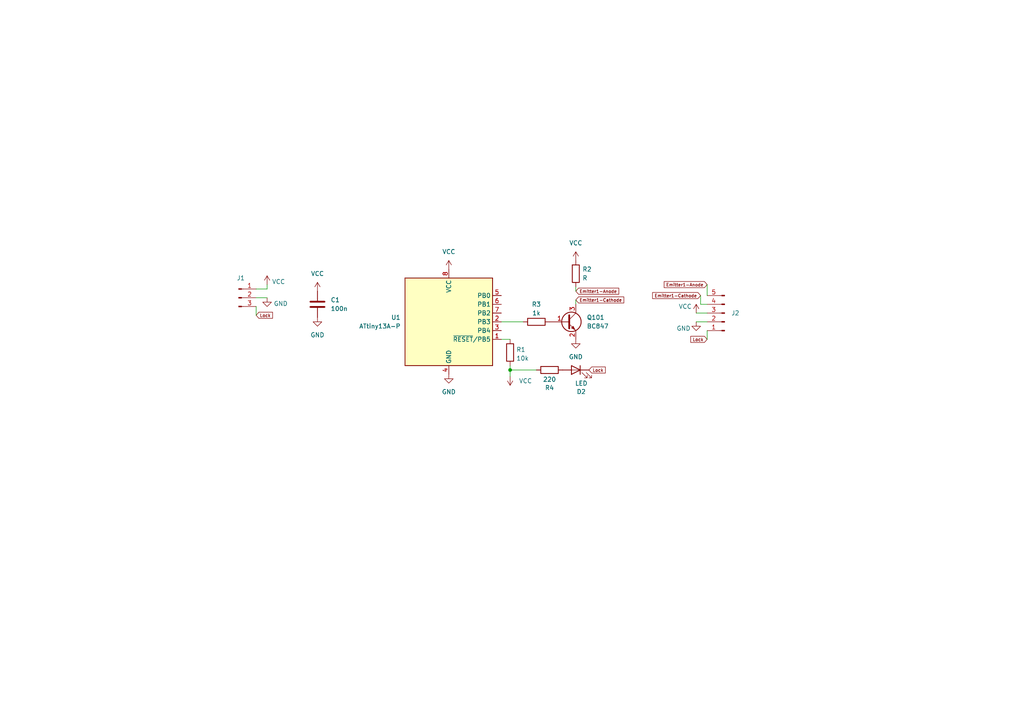
<source format=kicad_sch>
(kicad_sch (version 20231120) (generator "eeschema") (generator_version "8.0")
  (paper "A4")
  (lib_symbols
    (symbol "Connector:Conn_01x03_Male" (pin_names (offset 1.016) hide)
      (property "Reference" "J" (at 0 5.08 0))
      (property "Value" "Conn_01x03_Male" (at 0 -5.08 0))
      (symbol "Conn_01x03_Male_1_1"
        (polyline (pts (xy 1.27 -2.54) (xy 0.8636 -2.54)) (stroke (width 0.1524)))
        (polyline (pts (xy 1.27 0) (xy 0.8636 0)) (stroke (width 0.1524)))
        (polyline (pts (xy 1.27 2.54) (xy 0.8636 2.54)) (stroke (width 0.1524)))
        (rectangle (start 0.8636 -2.413) (end 0 -2.667) (stroke (width 0.1524)) (fill (type outline)))
        (rectangle (start 0.8636 0.127) (end 0 -0.127) (stroke (width 0.1524)) (fill (type outline)))
        (rectangle (start 0.8636 2.667) (end 0 2.413) (stroke (width 0.1524)) (fill (type outline)))
        (pin passive line (at 5.08 2.54 180) (length 3.81) (name "Pin_1") (number "1"))
        (pin passive line (at 5.08 0 180) (length 3.81) (name "Pin_2") (number "2"))
        (pin passive line (at 5.08 -2.54 180) (length 3.81) (name "Pin_3") (number "3"))
      )
    )
    (symbol "Connector:Conn_01x05_Male" (pin_names (offset 1.016) hide)
      (property "Reference" "J" (at 0 7.62 0))
      (property "Value" "Conn_01x05_Male" (at 0 -7.62 0))
      (symbol "Conn_01x05_Male_1_1"
        (polyline (pts (xy 1.27 -5.08) (xy 0.8636 -5.08)) (stroke (width 0.1524)))
        (polyline (pts (xy 1.27 -2.54) (xy 0.8636 -2.54)) (stroke (width 0.1524)))
        (polyline (pts (xy 1.27 0) (xy 0.8636 0)) (stroke (width 0.1524)))
        (polyline (pts (xy 1.27 2.54) (xy 0.8636 2.54)) (stroke (width 0.1524)))
        (polyline (pts (xy 1.27 5.08) (xy 0.8636 5.08)) (stroke (width 0.1524)))
        (rectangle (start 0.8636 -4.953) (end 0 -5.207) (stroke (width 0.1524)) (fill (type outline)))
        (rectangle (start 0.8636 -2.413) (end 0 -2.667) (stroke (width 0.1524)) (fill (type outline)))
        (rectangle (start 0.8636 0.127) (end 0 -0.127) (stroke (width 0.1524)) (fill (type outline)))
        (rectangle (start 0.8636 2.667) (end 0 2.413) (stroke (width 0.1524)) (fill (type outline)))
        (rectangle (start 0.8636 5.207) (end 0 4.953) (stroke (width 0.1524)) (fill (type outline)))
        (pin passive line (at 5.08 5.08 180) (length 3.81) (name "Pin_1") (number "1"))
        (pin passive line (at 5.08 2.54 180) (length 3.81) (name "Pin_2") (number "2"))
        (pin passive line (at 5.08 0 180) (length 3.81) (name "Pin_3") (number "3"))
        (pin passive line (at 5.08 -2.54 180) (length 3.81) (name "Pin_4") (number "4"))
        (pin passive line (at 5.08 -5.08 180) (length 3.81) (name "Pin_5") (number "5"))
      )
    )
    (symbol "Device:C" (pin_numbers hide) (pin_names (offset 0.254))
      (property "Reference" "C" (at 0.635 2.54 0))
      (property "Value" "C" (at 0.635 -2.54 0))
      (symbol "C_0_1"
        (polyline (pts (xy -2.032 -0.762) (xy 2.032 -0.762)) (stroke (width 0.508)))
        (polyline (pts (xy -2.032 0.762) (xy 2.032 0.762)) (stroke (width 0.508)))
      )
      (symbol "C_1_1"
        (pin passive line (at 0 3.81 270) (length 2.794) (name "~") (number "1"))
        (pin passive line (at 0 -3.81 90) (length 2.794) (name "~") (number "2"))
      )
    )
    (symbol "Device:LED" (pin_numbers hide) (pin_names (offset 1.016) hide)
      (property "Reference" "D" (at 0 2.54 0))
      (property "Value" "LED" (at 0 -2.54 0))
      (symbol "LED_0_1"
        (polyline (pts (xy -1.27 -1.27) (xy -1.27 1.27)) (stroke (width 0.254)))
        (polyline (pts (xy -1.27 0) (xy 1.27 0)))
        (polyline (pts (xy 1.27 -1.27) (xy 1.27 1.27) (xy -1.27 0) (xy 1.27 -1.27)) (stroke (width 0.254)))
        (polyline (pts (xy -3.048 -0.762) (xy -4.572 -2.286) (xy -3.81 -2.286) (xy -4.572 -2.286) (xy -4.572 -1.524)))
        (polyline (pts (xy -1.778 -0.762) (xy -3.302 -2.286) (xy -2.54 -2.286) (xy -3.302 -2.286) (xy -3.302 -1.524)))
      )
      (symbol "LED_1_1"
        (pin passive line (at -3.81 0 0) (length 2.54) (name "K") (number "1"))
        (pin passive line (at 3.81 0 180) (length 2.54) (name "A") (number "2"))
      )
    )
    (symbol "Device:R" (pin_numbers hide) (pin_names (offset 0))
      (property "Reference" "R" (at 2.032 0 90))
      (property "Value" "R" (at 0 0 90))
      (symbol "R_0_1"
        (rectangle (start -1.016 -2.54) (end 1.016 2.54) (stroke (width 0.254)))
      )
      (symbol "R_1_1"
        (pin passive line (at 0 3.81 270) (length 1.27) (name "~") (number "1"))
        (pin passive line (at 0 -3.81 90) (length 1.27) (name "~") (number "2"))
      )
    )
    (symbol "MCU_Microchip_ATtiny:ATtiny13A-P"
      (property "Reference" "U" (at -12.7 13.97 0))
      (property "Value" "ATtiny13A-P" (at 2.54 -13.97 0))
      (symbol "ATtiny13A-P_0_1"
        (rectangle (start -12.7 -12.7) (end 12.7 12.7) (stroke (width 0.254)) (fill (type background)))
      )
      (symbol "ATtiny13A-P_1_1"
        (pin bidirectional line (at 15.24 -5.08 180) (length 2.54) (name "~{RESET}/PB5") (number "1"))
        (pin bidirectional line (at 15.24 0 180) (length 2.54) (name "PB3") (number "2"))
        (pin bidirectional line (at 15.24 -2.54 180) (length 2.54) (name "PB4") (number "3"))
        (pin power_in line (at 0 -15.24 90) (length 2.54) (name "GND") (number "4"))
        (pin bidirectional line (at 15.24 7.62 180) (length 2.54) (name "PB0") (number "5"))
        (pin bidirectional line (at 15.24 5.08 180) (length 2.54) (name "PB1") (number "6"))
        (pin bidirectional line (at 15.24 2.54 180) (length 2.54) (name "PB2") (number "7"))
        (pin power_in line (at 0 15.24 270) (length 2.54) (name "VCC") (number "8"))
      )
    )
    (symbol "Transistor_BJT:BC847" (pin_names (offset 0) hide)
      (property "Reference" "Q" (at 5.08 1.905 0))
      (property "Value" "BC847" (at 5.08 0 0))
      (symbol "BC847_0_1"
        (polyline (pts (xy 0.635 0.635) (xy 2.54 2.54)))
        (polyline (pts (xy 0.635 -0.635) (xy 2.54 -2.54) (xy 2.54 -2.54)))
        (polyline (pts (xy 0.635 1.905) (xy 0.635 -1.905) (xy 0.635 -1.905)) (stroke (width 0.508)))
        (polyline (pts (xy 1.27 -1.778) (xy 1.778 -1.27) (xy 2.286 -2.286) (xy 1.27 -1.778) (xy 1.27 -1.778)) (fill (type outline)))
        (circle (center 1.27 0) (radius 2.8194) (stroke (width 0.254)))
      )
      (symbol "BC847_1_1"
        (pin input line (at -5.08 0 0) (length 5.715) (name "B") (number "1"))
        (pin passive line (at 2.54 -5.08 90) (length 2.54) (name "E") (number "2"))
        (pin passive line (at 2.54 5.08 270) (length 2.54) (name "C") (number "3"))
      )
    )
    (symbol "power:GND" (power) (pin_names (offset 0))
      (property "Value" "GND" (at 0 -3.81 0))
      (symbol "GND_0_1"
        (polyline (pts (xy 0 0) (xy 0 -1.27) (xy 1.27 -1.27) (xy 0 -2.54) (xy -1.27 -1.27) (xy 0 -1.27)))
      )
      (symbol "GND_1_1"
        (pin power_in line (at 0 0 270) (length 0) hide (name "GND") (number "1"))
      )
    )
    (symbol "power:VCC" (power) (pin_names (offset 0))
      (property "Value" "VCC" (at 0 3.81 0))
      (symbol "VCC_0_1"
        (polyline (pts (xy -0.762 1.27) (xy 0 2.54)))
        (polyline (pts (xy 0 0) (xy 0 2.54)))
        (polyline (pts (xy 0 2.54) (xy 0.762 1.27)))
      )
      (symbol "VCC_1_1"
        (pin power_in line (at 0 0 90) (length 0) hide (name "VCC") (number "1"))
      )
    )
  )
  (junction (at 147.955 107.315))
  (wire (pts (xy 147.955 107.315) (xy 147.955 106.045)))
  (wire (pts (xy 147.955 109.22) (xy 147.955 107.315)))
  (wire (pts (xy 167.005 83.185) (xy 167.005 84.455)))
  (wire (pts (xy 74.295 88.9) (xy 74.295 91.44)))
  (wire (pts (xy 201.93 93.345) (xy 205.105 93.345)))
  (wire (pts (xy 167.005 86.995) (xy 167.005 88.265)))
  (wire (pts (xy 74.295 83.82) (xy 77.47 83.82)))
  (wire (pts (xy 145.415 98.425) (xy 147.955 98.425)))
  (wire (pts (xy 145.415 93.345) (xy 151.765 93.345)))
  (wire (pts (xy 74.295 86.36) (xy 77.47 86.36)))
  (wire (pts (xy 205.105 98.425) (xy 205.105 95.885)))
  (wire (pts (xy 77.47 82.55) (xy 77.47 83.82)))
  (wire (pts (xy 203.2 88.265) (xy 203.2 85.725)))
  (wire (pts (xy 147.955 107.315) (xy 155.575 107.315)))
  (wire (pts (xy 205.105 82.55) (xy 205.105 85.725)))
  (wire (pts (xy 205.105 88.265) (xy 203.2 88.265)))
  (wire (pts (xy 201.93 90.805) (xy 205.105 90.805)))
  (global_label "Emitter1-Anode" (shape input) (at 205.105 82.55 180) (effects (font (size 0.9 0.9))) (property "Intersheetrefs" "${INTERSHEET_REFS}" (effects (hide yes))) (property "Referenzen zwischen Schaltplänen" "${INTERSHEET_REFS}" (effects (hide yes))))
  (global_label "Lock" (shape input) (at 74.295 91.44 0) (effects (font (size 0.9 0.9))) (property "Intersheetrefs" "${INTERSHEET_REFS}" (effects (hide yes))) (property "Referenzen zwischen Schaltplänen" "${INTERSHEET_REFS}" (effects (hide yes))))
  (global_label "Lock" (shape input) (at 205.105 98.425 180) (effects (font (size 0.9 0.9))) (property "Intersheetrefs" "${INTERSHEET_REFS}" (effects (hide yes))) (property "Referenzen zwischen Schaltplänen" "${INTERSHEET_REFS}" (effects (hide yes))))
  (global_label "Emitter1-Cathode" (shape input) (at 167.005 86.995 0) (effects (font (size 0.9 0.9))) (property "Intersheetrefs" "${INTERSHEET_REFS}" (effects (hide yes))) (property "Referenzen zwischen Schaltplänen" "${INTERSHEET_REFS}" (effects (hide yes))))
  (global_label "Emitter1-Cathode" (shape input) (at 203.2 85.725 180) (effects (font (size 0.9 0.9))) (property "Intersheetrefs" "${INTERSHEET_REFS}" (effects (hide yes))) (property "Referenzen zwischen Schaltplänen" "${INTERSHEET_REFS}" (effects (hide yes))))
  (global_label "Emitter1-Anode" (shape input) (at 167.005 84.455 0) (effects (font (size 0.9 0.9))) (property "Intersheetrefs" "${INTERSHEET_REFS}" (effects (hide yes))) (property "Referenzen zwischen Schaltplänen" "${INTERSHEET_REFS}" (effects (hide yes))))
  (global_label "Lock" (shape input) (at 170.815 107.315 0) (effects (font (size 0.9 0.9))) (property "Intersheetrefs" "${INTERSHEET_REFS}" (effects (hide yes))))
  (symbol (lib_id "Device:R") (at 167.005 79.375 180) (unit 1)
    (property "Reference" "R2" (at 168.91 78.1049 0) (effects (justify right)))
    (property "Value" "R" (at 168.91 80.6449 0) (effects (justify right)))
    (property "Footprint" "Connector_PinHeader_2.54mm:PinHeader_1x02_P2.54mm_Vertical" (effects (hide yes)))
  )
  (symbol (lib_id "power:VCC") (at 92.075 84.455 0) (unit 1)
    (property "Reference" "#PWR0303" (effects (hide yes)))
    (property "Value" "VCC" (at 92.075 79.375 0))
  )
  (symbol (lib_id "Connector:Conn_01x05_Male") (at 210.185 90.805 180) (unit 1)
    (property "Reference" "J2" (at 212.09 90.8049 0) (effects (justify right)))
    (property "Value" "Conn_01x05_Male" (effects (hide yes)))
    (property "Footprint" "Connector_JST:JST_XH_S5B-XH-A-1_1x05_P2.50mm_Horizontal" (effects (hide yes)))
  )
  (symbol (lib_id "power:VCC") (at 77.47 82.55 0) (unit 1)
    (property "Reference" "#PWR0301" (effects (hide yes)))
    (property "Value" "VCC" (at 78.867 81.7138 0) (effects (justify left)))
  )
  (symbol (lib_id "power:GND") (at 130.175 108.585 0) (unit 1)
    (property "Reference" "#PWR0306" (effects (hide yes)))
    (property "Value" "GND" (at 130.175 113.665 0))
  )
  (symbol (lib_id "power:VCC") (at 130.175 78.105 0) (unit 1)
    (property "Reference" "#PWR0305" (effects (hide yes)))
    (property "Value" "VCC" (at 130.175 73.025 0))
  )
  (symbol (lib_id "Device:R") (at 147.955 102.235 180) (unit 1)
    (property "Reference" "R1" (at 149.733 101.4003 0) (effects (justify right)))
    (property "Value" "10k" (at 149.733 103.9372 0) (effects (justify right)))
    (property "Footprint" "Resistor_SMD:R_0805_2012Metric_Pad1.20x1.40mm_HandSolder" (effects (hide yes)))
    (property "LCSC" "C17414" (effects (hide yes)))
  )
  (symbol (lib_id "Transistor_BJT:BC847") (at 164.465 93.345 0) (unit 1)
    (property "Reference" "Q101" (at 170.18 92.075 0) (effects (justify left)))
    (property "Value" "BC847" (at 170.18 94.615 0) (effects (justify left)))
    (property "Footprint" "Package_TO_SOT_SMD:SOT-23" (effects (hide yes)))
    (property "Datasheet" "http://www.infineon.com/dgdl/Infineon-BC847SERIES_BC848SERIES_BC849SERIES_BC850SERIES-DS-v01_01-en.pdf?fileId=db3a304314dca389011541d4630a1657" (effects (hide yes)))
  )
  (symbol (lib_id "Device:R") (at 155.575 93.345 90) (unit 1)
    (property "Reference" "R3" (at 155.575 88.265 90))
    (property "Value" "1k" (at 155.575 90.805 90))
    (property "Footprint" "Resistor_SMD:R_0805_2012Metric_Pad1.20x1.40mm_HandSolder" (effects (hide yes)))
    (property "LCSC" "C17513" (effects (hide yes)))
  )
  (symbol (lib_id "power:GND") (at 77.47 86.36 0) (unit 1)
    (property "Reference" "#PWR0302" (effects (hide yes)))
    (property "Value" "GND" (at 79.375 88.0638 0) (effects (justify left)))
  )
  (symbol (lib_id "power:VCC") (at 167.005 75.565 0) (unit 1)
    (property "Reference" "#PWR0308" (effects (hide yes)))
    (property "Value" "VCC" (at 167.005 70.485 0))
  )
  (symbol (lib_id "Device:C") (at 92.075 88.265 0) (unit 1)
    (property "Reference" "C1" (at 95.885 86.9949 0) (effects (justify left)))
    (property "Value" "100n" (at 95.885 89.5349 0) (effects (justify left)))
    (property "Footprint" "Capacitor_SMD:C_0805_2012Metric_Pad1.18x1.45mm_HandSolder" (effects (hide yes)))
    (property "LCSC" "C49678" (effects (hide yes)))
  )
  (symbol (lib_id "MCU_Microchip_ATtiny:ATtiny13A-P") (at 130.175 93.345 0) (unit 1)
    (property "Reference" "U1" (at 116.205 92.0749 0) (effects (justify right)))
    (property "Value" "ATtiny13A-P" (at 116.205 94.6149 0) (effects (justify right)))
    (property "Footprint" "Package_DIP:DIP-8_W7.62mm" (effects (hide yes)))
    (property "Datasheet" "http://ww1.microchip.com/downloads/en/DeviceDoc/doc8126.pdf" (effects (hide yes)))
  )
  (symbol (lib_id "Connector:Conn_01x03_Male") (at 69.215 86.36 0) (unit 1)
    (property "Reference" "J1" (at 69.85 80.645 0))
    (property "Value" "Conn_01x03_Male" (effects (hide yes)))
    (property "Footprint" "Connector_JST:JST_XH_S3B-XH-A-1_1x03_P2.50mm_Horizontal" (effects (hide yes)))
  )
  (symbol (lib_id "power:VCC") (at 201.93 90.805 0) (unit 1)
    (property "Reference" "#PWR0310" (effects (hide yes)))
    (property "Value" "VCC" (at 200.66 88.9 0) (effects (justify right)))
  )
  (symbol (lib_id "power:VCC") (at 147.955 109.22 180) (unit 1)
    (property "Reference" "#PWR0307" (effects (hide yes)))
    (property "Value" "VCC" (at 150.495 110.4899 0) (effects (justify right)))
  )
  (symbol (lib_id "Device:LED") (at 167.005 107.315 0) (mirror y) (unit 1)
    (property "Reference" "D2" (at 168.5925 113.6183 0))
    (property "Value" "LED" (at 168.5925 111.1941 0))
    (property "Footprint" "LED_THT:LED_D3.0mm" (effects (hide yes)))
  )
  (symbol (lib_id "power:GND") (at 167.005 98.425 0) (unit 1)
    (property "Reference" "#PWR0309" (effects (hide yes)))
    (property "Value" "GND" (at 167.005 103.505 0))
  )
  (symbol (lib_id "power:GND") (at 92.075 92.075 0) (unit 1)
    (property "Reference" "#PWR0304" (effects (hide yes)))
    (property "Value" "GND" (at 92.075 97.155 0))
  )
  (symbol (lib_id "Device:R") (at 159.385 107.315 90) (unit 1)
    (property "Reference" "R4" (at 159.385 112.4753 90))
    (property "Value" "220" (at 159.385 110.0511 90))
    (property "Footprint" "Resistor_SMD:R_0805_2012Metric" (effects (hide yes)))
    (property "LCSC" "C17557" (effects (hide yes)))
  )
  (symbol (lib_id "power:GND") (at 201.93 93.345 0) (unit 1)
    (property "Reference" "#PWR0311" (effects (hide yes)))
    (property "Value" "GND" (at 196.215 95.25 0) (effects (justify left)))
  )
)
</source>
